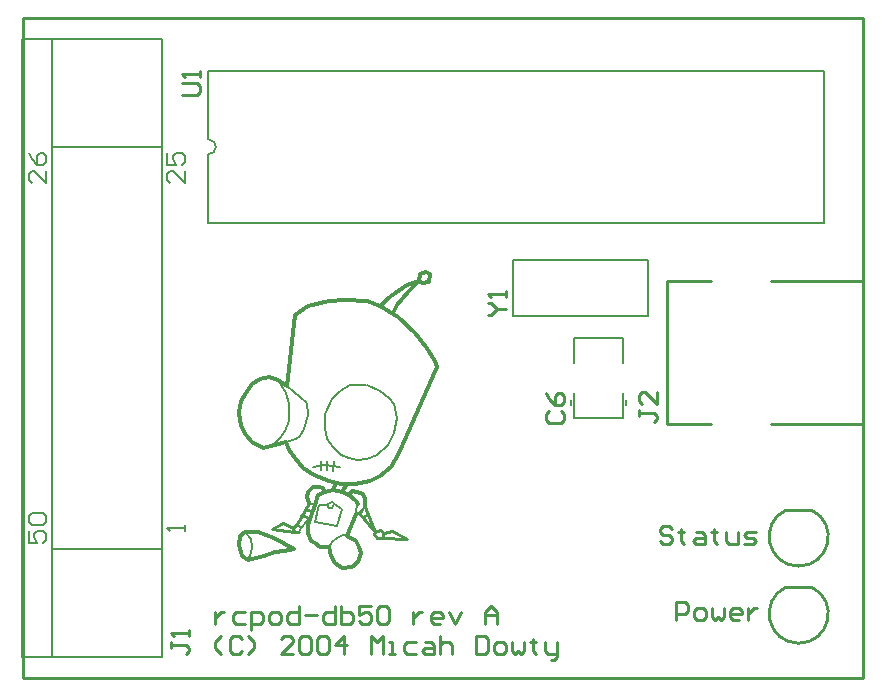
<source format=gto>
%FSLAX23Y23*%
%MOIN*%
G70*
G01*
G75*
%ADD10R,0.134X0.071*%
%ADD11C,0.008*%
%ADD12C,0.012*%
%ADD13C,0.010*%
%ADD14C,0.063*%
%ADD15C,0.055*%
%ADD16P,0.055X8X0*%
%ADD17C,0.180*%
%ADD18C,0.065*%
%ADD19R,0.055X0.055*%
%ADD20C,0.217*%
%ADD21R,0.059X0.059*%
%ADD22C,0.059*%
%ADD23C,0.025*%
%ADD24R,0.035X0.028*%
%ADD25R,0.028X0.035*%
%ADD26R,0.031X0.012*%
%ADD27R,0.065X0.012*%
%ADD28R,0.024X0.087*%
%ADD29C,0.008*%
%ADD30C,0.007*%
%ADD31C,0.009*%
%ADD32C,0.006*%
%ADD33R,0.008X0.020*%
%ADD34R,0.008X0.020*%
D12*
X1344Y1352D02*
X1358Y1345D01*
X1326D02*
X1344Y1352D01*
X872Y422D02*
X904Y429D01*
X840Y419D02*
X872Y422D01*
X805Y408D02*
X840Y419D01*
X752Y394D02*
X805Y408D01*
X731D02*
X752Y394D01*
X720Y443D02*
X731Y408D01*
X720Y443D02*
X724Y472D01*
X742Y486D01*
X784D01*
X837Y468D01*
X904Y429D01*
X985Y609D02*
X1009Y619D01*
X974Y577D02*
X985Y609D01*
X1111Y591D02*
X1118Y581D01*
X1087Y609D02*
X1111Y591D01*
X1034Y626D02*
X1066Y619D01*
X1034Y626D02*
X1044Y651D01*
X1009Y619D02*
X1034Y626D01*
X1002Y633D02*
X1009Y619D01*
X988Y637D02*
X1002Y633D01*
X967Y637D02*
X988D01*
X953Y619D02*
X967Y637D01*
X949Y602D02*
X953Y619D01*
X949Y602D02*
X956Y584D01*
X953Y510D02*
X974Y577D01*
X953Y482D02*
Y510D01*
Y482D02*
X963Y457D01*
X974Y450D01*
X992Y436D01*
X1020D01*
X1027Y405D01*
X1041Y383D01*
X1066Y366D01*
X1097Y369D01*
X1118Y387D01*
X1129Y415D01*
X1122Y436D02*
X1129Y415D01*
X1111Y457D02*
X1122Y436D01*
X1083Y472D02*
X1111Y457D01*
X1083Y472D02*
X1111Y545D01*
X1143Y570D02*
Y595D01*
X1136Y612D02*
X1143Y595D01*
X1115Y619D02*
X1136Y612D01*
X1097Y623D02*
X1115Y619D01*
X1087Y609D02*
X1097Y623D01*
X1066Y619D02*
X1087Y609D01*
X1066Y619D02*
X1080Y648D01*
X851Y993D02*
X882Y972D01*
X823Y1003D02*
X851Y993D01*
X791Y996D02*
X823Y1003D01*
X766Y979D02*
X791Y996D01*
X745Y950D02*
X766Y979D01*
X728Y922D02*
X745Y950D01*
X720Y887D02*
X728Y922D01*
X720Y887D02*
X724Y855D01*
X731Y834D01*
X745Y810D01*
X766Y785D01*
X801Y767D01*
X879Y785D01*
X889Y760D01*
X907Y732D01*
X935Y700D01*
X970Y676D01*
X1020Y655D01*
X1062Y648D01*
X1108D01*
X1157Y655D01*
X1192Y672D01*
X1228Y704D01*
X1256Y750D01*
X1382Y1035D01*
X1020Y1257D02*
X1076Y1260D01*
X953Y1239D02*
X1020Y1257D01*
X907Y1211D02*
X953Y1239D01*
X882Y972D02*
X907Y1211D01*
X1323Y1324D02*
X1333Y1317D01*
X1354Y1320D01*
X1358Y1345D01*
X1323Y1324D02*
X1326Y1345D01*
X1235Y1215D02*
X1249Y1243D01*
X1284Y1285D01*
X1323Y1324D01*
X1280Y1310D02*
X1323Y1324D01*
X1228Y1274D02*
X1280Y1310D01*
X1192Y1239D02*
X1228Y1274D01*
X1375Y1056D02*
X1382Y1035D01*
X1344Y1102D02*
X1375Y1056D01*
X1309Y1151D02*
X1344Y1102D01*
X1252Y1204D02*
X1309Y1151D01*
X1192Y1239D02*
X1252Y1204D01*
X1147Y1257D02*
X1192Y1239D01*
X1076Y1260D02*
X1147Y1257D01*
D13*
X2545Y303D02*
G03*
X2629Y303I42J-89D01*
G01*
X2545Y560D02*
G03*
X2629Y560I42J-89D01*
G01*
X2545Y302D02*
X2629D01*
X2147Y1322D02*
X2295D01*
X2147Y848D02*
X2295D01*
X2147D02*
Y1322D01*
X2495Y848D02*
X2801D01*
X2495Y1322D02*
X2801D01*
Y848D02*
Y1322D01*
X2545Y560D02*
X2629D01*
X495Y120D02*
Y100D01*
Y110D01*
X545D01*
X555Y100D01*
Y90D01*
X545Y80D01*
X555Y140D02*
Y160D01*
Y150D01*
X495D01*
X505Y140D01*
X2055Y893D02*
Y873D01*
Y883D01*
X2105D01*
X2115Y873D01*
Y863D01*
X2105Y853D01*
X2115Y953D02*
Y913D01*
X2075Y953D01*
X2065D01*
X2055Y943D01*
Y923D01*
X2065Y913D01*
X1550Y1210D02*
X1560D01*
X1580Y1230D01*
X1560Y1250D01*
X1550D01*
X1580Y1230D02*
X1610D01*
Y1270D02*
Y1290D01*
Y1280D01*
X1550D01*
X1560Y1270D01*
X1755Y890D02*
X1745Y880D01*
Y860D01*
X1755Y850D01*
X1795D01*
X1805Y860D01*
Y880D01*
X1795Y890D01*
X1745Y950D02*
X1755Y930D01*
X1775Y910D01*
X1795D01*
X1805Y920D01*
Y940D01*
X1795Y950D01*
X1785D01*
X1775Y940D01*
Y910D01*
X2177Y193D02*
Y253D01*
X2207D01*
X2217Y243D01*
Y223D01*
X2207Y213D01*
X2177D01*
X2247Y193D02*
X2267D01*
X2277Y203D01*
Y223D01*
X2267Y233D01*
X2247D01*
X2237Y223D01*
Y203D01*
X2247Y193D01*
X2297Y233D02*
Y203D01*
X2307Y193D01*
X2317Y203D01*
X2327Y193D01*
X2337Y203D01*
Y233D01*
X2387Y193D02*
X2367D01*
X2357Y203D01*
Y223D01*
X2367Y233D01*
X2387D01*
X2397Y223D01*
Y213D01*
X2357D01*
X2417Y233D02*
Y193D01*
Y213D01*
X2427Y223D01*
X2437Y233D01*
X2447D01*
X2164Y498D02*
X2154Y508D01*
X2134D01*
X2124Y498D01*
Y488D01*
X2134Y478D01*
X2154D01*
X2164Y468D01*
Y458D01*
X2154Y448D01*
X2134D01*
X2124Y458D01*
X2194Y498D02*
Y488D01*
X2184D01*
X2204D01*
X2194D01*
Y458D01*
X2204Y448D01*
X2244Y488D02*
X2264D01*
X2274Y478D01*
Y448D01*
X2244D01*
X2234Y458D01*
X2244Y468D01*
X2274D01*
X2304Y498D02*
Y488D01*
X2294D01*
X2314D01*
X2304D01*
Y458D01*
X2314Y448D01*
X2344Y488D02*
Y458D01*
X2354Y448D01*
X2384D01*
Y488D01*
X2404Y448D02*
X2434D01*
X2444Y458D01*
X2434Y468D01*
X2414D01*
X2404Y478D01*
X2414Y488D01*
X2444D01*
X531Y1942D02*
X581D01*
X591Y1952D01*
Y1972D01*
X581Y1982D01*
X531D01*
X591Y2002D02*
Y2022D01*
Y2012D01*
X531D01*
X541Y2002D01*
X660Y80D02*
X640Y100D01*
Y120D01*
X660Y140D01*
X730Y130D02*
X720Y140D01*
X700D01*
X690Y130D01*
Y90D01*
X700Y80D01*
X720D01*
X730Y90D01*
X750Y80D02*
X770Y100D01*
Y120D01*
X750Y140D01*
X900Y80D02*
X860D01*
X900Y120D01*
Y130D01*
X890Y140D01*
X870D01*
X860Y130D01*
X920D02*
X930Y140D01*
X950D01*
X960Y130D01*
Y90D01*
X950Y80D01*
X930D01*
X920Y90D01*
Y130D01*
X980D02*
X990Y140D01*
X1010D01*
X1020Y130D01*
Y90D01*
X1010Y80D01*
X990D01*
X980Y90D01*
Y130D01*
X1070Y80D02*
Y140D01*
X1040Y110D01*
X1080D01*
X1160Y80D02*
Y140D01*
X1180Y120D01*
X1200Y140D01*
Y80D01*
X1220D02*
X1240D01*
X1230D01*
Y120D01*
X1220D01*
X1310D02*
X1280D01*
X1270Y110D01*
Y90D01*
X1280Y80D01*
X1310D01*
X1340Y120D02*
X1360D01*
X1370Y110D01*
Y80D01*
X1340D01*
X1330Y90D01*
X1340Y100D01*
X1370D01*
X1390Y140D02*
Y80D01*
Y110D01*
X1400Y120D01*
X1420D01*
X1430Y110D01*
Y80D01*
X1510Y140D02*
Y80D01*
X1540D01*
X1550Y90D01*
Y130D01*
X1540Y140D01*
X1510D01*
X1580Y80D02*
X1600D01*
X1610Y90D01*
Y110D01*
X1600Y120D01*
X1580D01*
X1570Y110D01*
Y90D01*
X1580Y80D01*
X1630Y120D02*
Y90D01*
X1640Y80D01*
X1650Y90D01*
X1660Y80D01*
X1670Y90D01*
Y120D01*
X1700Y130D02*
Y120D01*
X1690D01*
X1710D01*
X1700D01*
Y90D01*
X1710Y80D01*
X1740Y120D02*
Y90D01*
X1750Y80D01*
X1780D01*
Y70D01*
X1770Y60D01*
X1760D01*
X1780Y80D02*
Y120D01*
X640Y220D02*
Y180D01*
Y200D01*
X650Y210D01*
X660Y220D01*
X670D01*
X740D02*
X710D01*
X700Y210D01*
Y190D01*
X710Y180D01*
X740D01*
X760Y160D02*
Y220D01*
X790D01*
X800Y210D01*
Y190D01*
X790Y180D01*
X760D01*
X830D02*
X850D01*
X860Y190D01*
Y210D01*
X850Y220D01*
X830D01*
X820Y210D01*
Y190D01*
X830Y180D01*
X920Y240D02*
Y180D01*
X890D01*
X880Y190D01*
Y210D01*
X890Y220D01*
X920D01*
X940Y210D02*
X980D01*
X1040Y240D02*
Y180D01*
X1010D01*
X1000Y190D01*
Y210D01*
X1010Y220D01*
X1040D01*
X1060Y240D02*
Y180D01*
X1090D01*
X1100Y190D01*
Y200D01*
Y210D01*
X1090Y220D01*
X1060D01*
X1160Y240D02*
X1120D01*
Y210D01*
X1140Y220D01*
X1150D01*
X1160Y210D01*
Y190D01*
X1150Y180D01*
X1130D01*
X1120Y190D01*
X1180Y230D02*
X1190Y240D01*
X1210D01*
X1220Y230D01*
Y190D01*
X1210Y180D01*
X1190D01*
X1180Y190D01*
Y230D01*
X1300Y220D02*
Y180D01*
Y200D01*
X1310Y210D01*
X1320Y220D01*
X1330D01*
X1390Y180D02*
X1370D01*
X1360Y190D01*
Y210D01*
X1370Y220D01*
X1390D01*
X1400Y210D01*
Y200D01*
X1360D01*
X1420Y220D02*
X1440Y180D01*
X1460Y220D01*
X1540Y180D02*
Y220D01*
X1560Y240D01*
X1580Y220D01*
Y180D01*
Y210D01*
X1540D01*
X0Y2200D02*
X2800D01*
Y0D02*
Y2200D01*
X0Y0D02*
X2800D01*
X0D02*
Y2201D01*
D29*
X619Y1745D02*
G03*
X619Y1795I0J25D01*
G01*
X1636Y1207D02*
X2084D01*
Y1393D01*
X1636D02*
X2084D01*
X1636Y1207D02*
Y1393D01*
X98Y1769D02*
X464D01*
X101Y431D02*
X464D01*
Y69D02*
Y2131D01*
X-1D02*
X464D01*
X-1Y69D02*
Y2131D01*
Y69D02*
X464D01*
X98D02*
Y2131D01*
X619Y1516D02*
Y1745D01*
Y1795D02*
Y2024D01*
X2671Y1516D02*
Y2024D01*
X619Y1516D02*
X2671D01*
X619Y2024D02*
X2671D01*
X1837Y1134D02*
X2003D01*
X1837Y866D02*
X2003D01*
Y1050D02*
Y1134D01*
Y866D02*
Y950D01*
X1837Y1050D02*
Y1134D01*
Y866D02*
Y950D01*
D30*
X1030Y567D02*
X1037Y581D01*
X1020Y567D02*
X1030D01*
X1016Y577D02*
X1020Y567D01*
X974Y521D02*
X988Y577D01*
X974Y521D02*
X1048Y507D01*
X1066Y563D01*
X1037Y581D02*
X1066Y563D01*
X1034Y588D02*
X1037Y581D01*
X1023Y584D02*
X1034Y588D01*
X1016Y577D02*
X1023Y584D01*
X988Y577D02*
X1016D01*
X1069Y475D02*
X1083Y472D01*
X1048Y468D02*
X1069Y475D01*
X1030Y454D02*
X1048Y468D01*
X1020Y436D02*
X1030Y454D01*
X752Y394D02*
X763Y415D01*
X766Y436D01*
X763Y464D02*
X766Y436D01*
X742Y486D02*
X763Y464D01*
X995Y693D02*
Y722D01*
X1016Y693D02*
Y722D01*
X1034Y690D02*
X1037Y722D01*
X967Y704D02*
X1009Y711D01*
X1059Y704D01*
Y957D02*
X1090Y975D01*
X1030Y929D02*
X1059Y957D01*
X1009Y880D02*
X1030Y929D01*
X1009Y834D02*
Y880D01*
Y834D02*
X1014Y798D01*
X1034Y771D01*
X1060Y742D01*
X1087Y732D01*
X1115Y725D01*
X1147Y729D01*
X1181Y742D01*
X1217Y778D01*
X1239Y815D01*
X1249Y866D01*
X1238Y912D02*
X1249Y866D01*
X1220Y933D02*
X1238Y912D01*
X1192Y957D02*
X1220Y933D01*
X1147Y975D02*
X1192Y957D01*
X879Y785D02*
X911Y795D01*
X925Y806D01*
X939Y831D01*
X953Y876D01*
X949Y915D02*
X953Y876D01*
X882Y972D02*
X949Y915D01*
X826Y771D02*
X858Y799D01*
X875Y824D01*
X889Y855D01*
Y912D01*
X879Y950D02*
X889Y912D01*
X851Y993D02*
X879Y950D01*
X921Y486D02*
X928Y500D01*
X914Y514D02*
X928Y500D01*
X967Y545D01*
X1111D02*
Y563D01*
X1118Y581D01*
X956Y584D02*
X974Y577D01*
X1111Y545D02*
X1122Y549D01*
X1132Y560D02*
X1143Y570D01*
X1088Y975D02*
X1101D01*
X1145D01*
D31*
X928Y542D02*
X949Y535D01*
X942Y563D02*
X963Y556D01*
X1136Y535D02*
X1150Y545D01*
X1199Y468D02*
X1280Y464D01*
X1231Y489D02*
X1280Y464D01*
X1206Y482D02*
X1231Y489D01*
X1171Y479D02*
X1175Y486D01*
X1171Y479D02*
X1182Y468D01*
X1199D01*
X1206Y482D01*
X1192Y493D02*
X1206Y482D01*
X1175Y486D02*
X1192Y493D01*
X830Y496D02*
X904Y486D01*
X830Y496D02*
X868Y517D01*
X900Y500D01*
X904Y486D02*
X921D01*
X900Y500D02*
X904Y486D01*
X900Y500D02*
X914Y514D01*
X956Y584D01*
X1143Y570D02*
X1175Y486D01*
X1122Y549D02*
X1175Y486D01*
X1122Y549D02*
X1132Y560D01*
D32*
X79Y1690D02*
Y1651D01*
X39Y1690D01*
X30D01*
X20Y1680D01*
Y1661D01*
X30Y1651D01*
X20Y1749D02*
X30Y1730D01*
X49Y1710D01*
X69D01*
X79Y1720D01*
Y1739D01*
X69Y1749D01*
X59D01*
X49Y1739D01*
Y1710D01*
X20Y490D02*
Y451D01*
X49D01*
X39Y470D01*
Y480D01*
X49Y490D01*
X69D01*
X79Y480D01*
Y461D01*
X69Y451D01*
X30Y510D02*
X20Y520D01*
Y539D01*
X30Y549D01*
X69D01*
X79Y539D01*
Y520D01*
X69Y510D01*
X30D01*
X541Y1690D02*
Y1651D01*
X502Y1690D01*
X492D01*
X482Y1680D01*
Y1661D01*
X492Y1651D01*
X482Y1749D02*
Y1710D01*
X512D01*
X502Y1730D01*
Y1739D01*
X512Y1749D01*
X532D01*
X541Y1739D01*
Y1720D01*
X532Y1710D01*
X541Y490D02*
Y510D01*
Y500D01*
X482D01*
X492Y490D01*
D33*
X1829Y918D02*
D03*
D34*
X2011D02*
D03*
M02*

</source>
